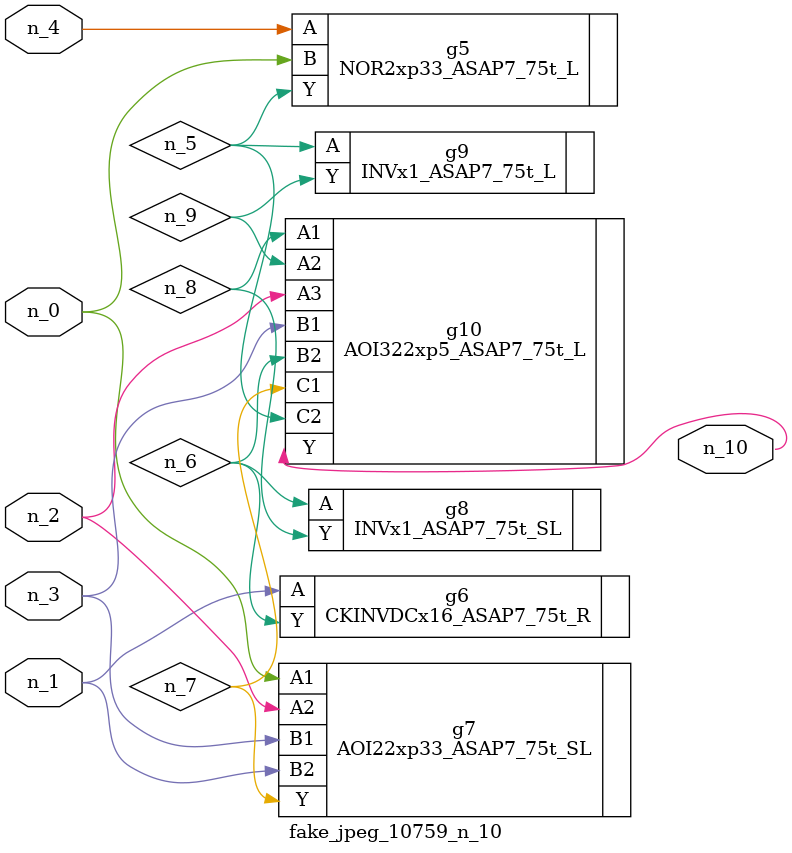
<source format=v>
module fake_jpeg_10759_n_10 (n_3, n_2, n_1, n_0, n_4, n_10);

input n_3;
input n_2;
input n_1;
input n_0;
input n_4;

output n_10;

wire n_8;
wire n_9;
wire n_6;
wire n_5;
wire n_7;

NOR2xp33_ASAP7_75t_L g5 ( 
.A(n_4),
.B(n_0),
.Y(n_5)
);

CKINVDCx16_ASAP7_75t_R g6 ( 
.A(n_1),
.Y(n_6)
);

AOI22xp33_ASAP7_75t_SL g7 ( 
.A1(n_0),
.A2(n_2),
.B1(n_3),
.B2(n_1),
.Y(n_7)
);

INVx1_ASAP7_75t_SL g8 ( 
.A(n_6),
.Y(n_8)
);

AOI322xp5_ASAP7_75t_L g10 ( 
.A1(n_8),
.A2(n_9),
.A3(n_2),
.B1(n_3),
.B2(n_6),
.C1(n_7),
.C2(n_5),
.Y(n_10)
);

INVx1_ASAP7_75t_L g9 ( 
.A(n_5),
.Y(n_9)
);


endmodule
</source>
